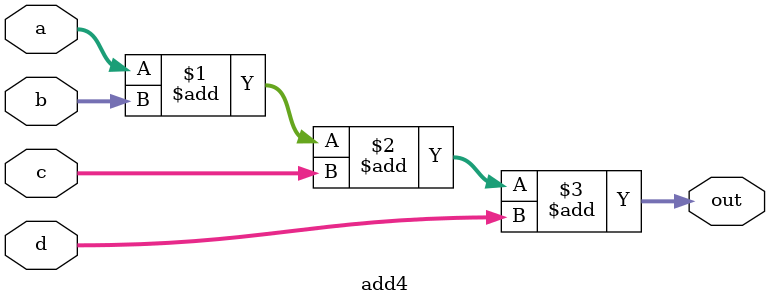
<source format=v>
/*!
* @file add4.v
* @brief Addition 32-bits Module (4 inputs)
* @author LDFranck
* @date February 2023
* @version v1
*
* @details
*  32-bit digital adder module implementation in Verilog.
*  The module returns the sum of the 4 inputs (a, b, c, d)
*  truncated to 32-bits size.
*/

module add4(out, a, b, c, d);

	input  [31:0] a, b, c, d;
	output [31:0] out;

	assign out = a + b + c + d;

endmodule
</source>
